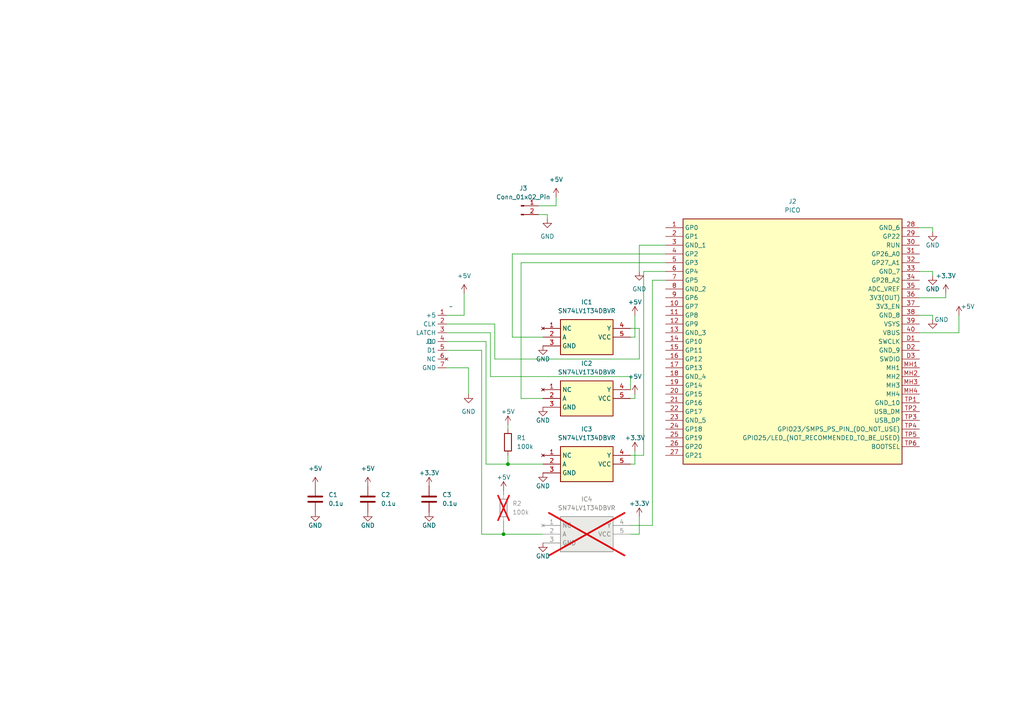
<source format=kicad_sch>
(kicad_sch (version 20230121) (generator eeschema)

  (uuid e0191b5b-e123-489a-a218-8c3e346acf86)

  (paper "A4")

  (lib_symbols
    (symbol "Connector:Conn_01x02_Pin" (pin_names (offset 1.016) hide) (in_bom yes) (on_board yes)
      (property "Reference" "J" (at 0 2.54 0)
        (effects (font (size 1.27 1.27)))
      )
      (property "Value" "Conn_01x02_Pin" (at 0 -5.08 0)
        (effects (font (size 1.27 1.27)))
      )
      (property "Footprint" "" (at 0 0 0)
        (effects (font (size 1.27 1.27)) hide)
      )
      (property "Datasheet" "~" (at 0 0 0)
        (effects (font (size 1.27 1.27)) hide)
      )
      (property "ki_locked" "" (at 0 0 0)
        (effects (font (size 1.27 1.27)))
      )
      (property "ki_keywords" "connector" (at 0 0 0)
        (effects (font (size 1.27 1.27)) hide)
      )
      (property "ki_description" "Generic connector, single row, 01x02, script generated" (at 0 0 0)
        (effects (font (size 1.27 1.27)) hide)
      )
      (property "ki_fp_filters" "Connector*:*_1x??_*" (at 0 0 0)
        (effects (font (size 1.27 1.27)) hide)
      )
      (symbol "Conn_01x02_Pin_1_1"
        (polyline
          (pts
            (xy 1.27 -2.54)
            (xy 0.8636 -2.54)
          )
          (stroke (width 0.1524) (type default))
          (fill (type none))
        )
        (polyline
          (pts
            (xy 1.27 0)
            (xy 0.8636 0)
          )
          (stroke (width 0.1524) (type default))
          (fill (type none))
        )
        (rectangle (start 0.8636 -2.413) (end 0 -2.667)
          (stroke (width 0.1524) (type default))
          (fill (type outline))
        )
        (rectangle (start 0.8636 0.127) (end 0 -0.127)
          (stroke (width 0.1524) (type default))
          (fill (type outline))
        )
        (pin passive line (at 5.08 0 180) (length 3.81)
          (name "Pin_1" (effects (font (size 1.27 1.27))))
          (number "1" (effects (font (size 1.27 1.27))))
        )
        (pin passive line (at 5.08 -2.54 180) (length 3.81)
          (name "Pin_2" (effects (font (size 1.27 1.27))))
          (number "2" (effects (font (size 1.27 1.27))))
        )
      )
    )
    (symbol "Device:C" (pin_numbers hide) (pin_names (offset 0.254)) (in_bom yes) (on_board yes)
      (property "Reference" "C" (at 0.635 2.54 0)
        (effects (font (size 1.27 1.27)) (justify left))
      )
      (property "Value" "C" (at 0.635 -2.54 0)
        (effects (font (size 1.27 1.27)) (justify left))
      )
      (property "Footprint" "" (at 0.9652 -3.81 0)
        (effects (font (size 1.27 1.27)) hide)
      )
      (property "Datasheet" "~" (at 0 0 0)
        (effects (font (size 1.27 1.27)) hide)
      )
      (property "ki_keywords" "cap capacitor" (at 0 0 0)
        (effects (font (size 1.27 1.27)) hide)
      )
      (property "ki_description" "Unpolarized capacitor" (at 0 0 0)
        (effects (font (size 1.27 1.27)) hide)
      )
      (property "ki_fp_filters" "C_*" (at 0 0 0)
        (effects (font (size 1.27 1.27)) hide)
      )
      (symbol "C_0_1"
        (polyline
          (pts
            (xy -2.032 -0.762)
            (xy 2.032 -0.762)
          )
          (stroke (width 0.508) (type default))
          (fill (type none))
        )
        (polyline
          (pts
            (xy -2.032 0.762)
            (xy 2.032 0.762)
          )
          (stroke (width 0.508) (type default))
          (fill (type none))
        )
      )
      (symbol "C_1_1"
        (pin passive line (at 0 3.81 270) (length 2.794)
          (name "~" (effects (font (size 1.27 1.27))))
          (number "1" (effects (font (size 1.27 1.27))))
        )
        (pin passive line (at 0 -3.81 90) (length 2.794)
          (name "~" (effects (font (size 1.27 1.27))))
          (number "2" (effects (font (size 1.27 1.27))))
        )
      )
    )
    (symbol "Device:R" (pin_numbers hide) (pin_names (offset 0)) (in_bom yes) (on_board yes)
      (property "Reference" "R" (at 2.032 0 90)
        (effects (font (size 1.27 1.27)))
      )
      (property "Value" "R" (at 0 0 90)
        (effects (font (size 1.27 1.27)))
      )
      (property "Footprint" "" (at -1.778 0 90)
        (effects (font (size 1.27 1.27)) hide)
      )
      (property "Datasheet" "~" (at 0 0 0)
        (effects (font (size 1.27 1.27)) hide)
      )
      (property "ki_keywords" "R res resistor" (at 0 0 0)
        (effects (font (size 1.27 1.27)) hide)
      )
      (property "ki_description" "Resistor" (at 0 0 0)
        (effects (font (size 1.27 1.27)) hide)
      )
      (property "ki_fp_filters" "R_*" (at 0 0 0)
        (effects (font (size 1.27 1.27)) hide)
      )
      (symbol "R_0_1"
        (rectangle (start -1.016 -2.54) (end 1.016 2.54)
          (stroke (width 0.254) (type default))
          (fill (type none))
        )
      )
      (symbol "R_1_1"
        (pin passive line (at 0 3.81 270) (length 1.27)
          (name "~" (effects (font (size 1.27 1.27))))
          (number "1" (effects (font (size 1.27 1.27))))
        )
        (pin passive line (at 0 -3.81 90) (length 1.27)
          (name "~" (effects (font (size 1.27 1.27))))
          (number "2" (effects (font (size 1.27 1.27))))
        )
      )
    )
    (symbol "SamacSys_Parts:PICO" (in_bom yes) (on_board yes)
      (property "Reference" "J" (at 69.85 7.62 0)
        (effects (font (size 1.27 1.27)) (justify left top))
      )
      (property "Value" "PICO" (at 69.85 5.08 0)
        (effects (font (size 1.27 1.27)) (justify left top))
      )
      (property "Footprint" "PICO" (at 69.85 -94.92 0)
        (effects (font (size 1.27 1.27)) (justify left top) hide)
      )
      (property "Datasheet" "https://datasheets.raspberrypi.org/pico/pico_datasheet.pdf" (at 69.85 -194.92 0)
        (effects (font (size 1.27 1.27)) (justify left top) hide)
      )
      (property "Height" "1" (at 69.85 -394.92 0)
        (effects (font (size 1.27 1.27)) (justify left top) hide)
      )
      (property "Manufacturer_Name" "RASPBERRY-PI" (at 69.85 -494.92 0)
        (effects (font (size 1.27 1.27)) (justify left top) hide)
      )
      (property "Manufacturer_Part_Number" "PICO" (at 69.85 -594.92 0)
        (effects (font (size 1.27 1.27)) (justify left top) hide)
      )
      (property "Mouser Part Number" "" (at 69.85 -694.92 0)
        (effects (font (size 1.27 1.27)) (justify left top) hide)
      )
      (property "Mouser Price/Stock" "" (at 69.85 -794.92 0)
        (effects (font (size 1.27 1.27)) (justify left top) hide)
      )
      (property "Arrow Part Number" "" (at 69.85 -894.92 0)
        (effects (font (size 1.27 1.27)) (justify left top) hide)
      )
      (property "Arrow Price/Stock" "" (at 69.85 -994.92 0)
        (effects (font (size 1.27 1.27)) (justify left top) hide)
      )
      (property "ki_description" "RP2040 microcontroller chip designed by Raspberry Pi in the United Kingdom 2  SPI, 2  I2C, 2  UART, 3  12-bit ADC, 16  controllable PWM channels" (at 0 0 0)
        (effects (font (size 1.27 1.27)) hide)
      )
      (symbol "PICO_1_1"
        (rectangle (start 5.08 2.54) (end 68.58 -68.58)
          (stroke (width 0.254) (type default))
          (fill (type background))
        )
        (pin passive line (at 0 0 0) (length 5.08)
          (name "GP0" (effects (font (size 1.27 1.27))))
          (number "1" (effects (font (size 1.27 1.27))))
        )
        (pin passive line (at 0 -22.86 0) (length 5.08)
          (name "GP7" (effects (font (size 1.27 1.27))))
          (number "10" (effects (font (size 1.27 1.27))))
        )
        (pin passive line (at 0 -25.4 0) (length 5.08)
          (name "GP8" (effects (font (size 1.27 1.27))))
          (number "11" (effects (font (size 1.27 1.27))))
        )
        (pin passive line (at 0 -27.94 0) (length 5.08)
          (name "GP9" (effects (font (size 1.27 1.27))))
          (number "12" (effects (font (size 1.27 1.27))))
        )
        (pin passive line (at 0 -30.48 0) (length 5.08)
          (name "GND_3" (effects (font (size 1.27 1.27))))
          (number "13" (effects (font (size 1.27 1.27))))
        )
        (pin passive line (at 0 -33.02 0) (length 5.08)
          (name "GP10" (effects (font (size 1.27 1.27))))
          (number "14" (effects (font (size 1.27 1.27))))
        )
        (pin passive line (at 0 -35.56 0) (length 5.08)
          (name "GP11" (effects (font (size 1.27 1.27))))
          (number "15" (effects (font (size 1.27 1.27))))
        )
        (pin passive line (at 0 -38.1 0) (length 5.08)
          (name "GP12" (effects (font (size 1.27 1.27))))
          (number "16" (effects (font (size 1.27 1.27))))
        )
        (pin passive line (at 0 -40.64 0) (length 5.08)
          (name "GP13" (effects (font (size 1.27 1.27))))
          (number "17" (effects (font (size 1.27 1.27))))
        )
        (pin passive line (at 0 -43.18 0) (length 5.08)
          (name "GND_4" (effects (font (size 1.27 1.27))))
          (number "18" (effects (font (size 1.27 1.27))))
        )
        (pin passive line (at 0 -45.72 0) (length 5.08)
          (name "GP14" (effects (font (size 1.27 1.27))))
          (number "19" (effects (font (size 1.27 1.27))))
        )
        (pin passive line (at 0 -2.54 0) (length 5.08)
          (name "GP1" (effects (font (size 1.27 1.27))))
          (number "2" (effects (font (size 1.27 1.27))))
        )
        (pin passive line (at 0 -48.26 0) (length 5.08)
          (name "GP15" (effects (font (size 1.27 1.27))))
          (number "20" (effects (font (size 1.27 1.27))))
        )
        (pin passive line (at 0 -50.8 0) (length 5.08)
          (name "GP16" (effects (font (size 1.27 1.27))))
          (number "21" (effects (font (size 1.27 1.27))))
        )
        (pin passive line (at 0 -53.34 0) (length 5.08)
          (name "GP17" (effects (font (size 1.27 1.27))))
          (number "22" (effects (font (size 1.27 1.27))))
        )
        (pin passive line (at 0 -55.88 0) (length 5.08)
          (name "GND_5" (effects (font (size 1.27 1.27))))
          (number "23" (effects (font (size 1.27 1.27))))
        )
        (pin passive line (at 0 -58.42 0) (length 5.08)
          (name "GP18" (effects (font (size 1.27 1.27))))
          (number "24" (effects (font (size 1.27 1.27))))
        )
        (pin passive line (at 0 -60.96 0) (length 5.08)
          (name "GP19" (effects (font (size 1.27 1.27))))
          (number "25" (effects (font (size 1.27 1.27))))
        )
        (pin passive line (at 0 -63.5 0) (length 5.08)
          (name "GP20" (effects (font (size 1.27 1.27))))
          (number "26" (effects (font (size 1.27 1.27))))
        )
        (pin passive line (at 0 -66.04 0) (length 5.08)
          (name "GP21" (effects (font (size 1.27 1.27))))
          (number "27" (effects (font (size 1.27 1.27))))
        )
        (pin passive line (at 73.66 0 180) (length 5.08)
          (name "GND_6" (effects (font (size 1.27 1.27))))
          (number "28" (effects (font (size 1.27 1.27))))
        )
        (pin passive line (at 73.66 -2.54 180) (length 5.08)
          (name "GP22" (effects (font (size 1.27 1.27))))
          (number "29" (effects (font (size 1.27 1.27))))
        )
        (pin passive line (at 0 -5.08 0) (length 5.08)
          (name "GND_1" (effects (font (size 1.27 1.27))))
          (number "3" (effects (font (size 1.27 1.27))))
        )
        (pin passive line (at 73.66 -5.08 180) (length 5.08)
          (name "RUN" (effects (font (size 1.27 1.27))))
          (number "30" (effects (font (size 1.27 1.27))))
        )
        (pin passive line (at 73.66 -7.62 180) (length 5.08)
          (name "GP26_A0" (effects (font (size 1.27 1.27))))
          (number "31" (effects (font (size 1.27 1.27))))
        )
        (pin passive line (at 73.66 -10.16 180) (length 5.08)
          (name "GP27_A1" (effects (font (size 1.27 1.27))))
          (number "32" (effects (font (size 1.27 1.27))))
        )
        (pin passive line (at 73.66 -12.7 180) (length 5.08)
          (name "GND_7" (effects (font (size 1.27 1.27))))
          (number "33" (effects (font (size 1.27 1.27))))
        )
        (pin passive line (at 73.66 -15.24 180) (length 5.08)
          (name "GP28_A2" (effects (font (size 1.27 1.27))))
          (number "34" (effects (font (size 1.27 1.27))))
        )
        (pin passive line (at 73.66 -17.78 180) (length 5.08)
          (name "ADC_VREF" (effects (font (size 1.27 1.27))))
          (number "35" (effects (font (size 1.27 1.27))))
        )
        (pin passive line (at 73.66 -20.32 180) (length 5.08)
          (name "3V3(OUT)" (effects (font (size 1.27 1.27))))
          (number "36" (effects (font (size 1.27 1.27))))
        )
        (pin passive line (at 73.66 -22.86 180) (length 5.08)
          (name "3V3_EN" (effects (font (size 1.27 1.27))))
          (number "37" (effects (font (size 1.27 1.27))))
        )
        (pin passive line (at 73.66 -25.4 180) (length 5.08)
          (name "GND_8" (effects (font (size 1.27 1.27))))
          (number "38" (effects (font (size 1.27 1.27))))
        )
        (pin passive line (at 73.66 -27.94 180) (length 5.08)
          (name "VSYS" (effects (font (size 1.27 1.27))))
          (number "39" (effects (font (size 1.27 1.27))))
        )
        (pin passive line (at 0 -7.62 0) (length 5.08)
          (name "GP2" (effects (font (size 1.27 1.27))))
          (number "4" (effects (font (size 1.27 1.27))))
        )
        (pin passive line (at 73.66 -30.48 180) (length 5.08)
          (name "VBUS" (effects (font (size 1.27 1.27))))
          (number "40" (effects (font (size 1.27 1.27))))
        )
        (pin passive line (at 0 -10.16 0) (length 5.08)
          (name "GP3" (effects (font (size 1.27 1.27))))
          (number "5" (effects (font (size 1.27 1.27))))
        )
        (pin passive line (at 0 -12.7 0) (length 5.08)
          (name "GP4" (effects (font (size 1.27 1.27))))
          (number "6" (effects (font (size 1.27 1.27))))
        )
        (pin passive line (at 0 -15.24 0) (length 5.08)
          (name "GP5" (effects (font (size 1.27 1.27))))
          (number "7" (effects (font (size 1.27 1.27))))
        )
        (pin passive line (at 0 -17.78 0) (length 5.08)
          (name "GND_2" (effects (font (size 1.27 1.27))))
          (number "8" (effects (font (size 1.27 1.27))))
        )
        (pin passive line (at 0 -20.32 0) (length 5.08)
          (name "GP6" (effects (font (size 1.27 1.27))))
          (number "9" (effects (font (size 1.27 1.27))))
        )
        (pin passive line (at 73.66 -33.02 180) (length 5.08)
          (name "SWCLK" (effects (font (size 1.27 1.27))))
          (number "D1" (effects (font (size 1.27 1.27))))
        )
        (pin passive line (at 73.66 -35.56 180) (length 5.08)
          (name "GND_9" (effects (font (size 1.27 1.27))))
          (number "D2" (effects (font (size 1.27 1.27))))
        )
        (pin passive line (at 73.66 -38.1 180) (length 5.08)
          (name "SWDIO" (effects (font (size 1.27 1.27))))
          (number "D3" (effects (font (size 1.27 1.27))))
        )
        (pin passive line (at 73.66 -40.64 180) (length 5.08)
          (name "MH1" (effects (font (size 1.27 1.27))))
          (number "MH1" (effects (font (size 1.27 1.27))))
        )
        (pin passive line (at 73.66 -43.18 180) (length 5.08)
          (name "MH2" (effects (font (size 1.27 1.27))))
          (number "MH2" (effects (font (size 1.27 1.27))))
        )
        (pin passive line (at 73.66 -45.72 180) (length 5.08)
          (name "MH3" (effects (font (size 1.27 1.27))))
          (number "MH3" (effects (font (size 1.27 1.27))))
        )
        (pin passive line (at 73.66 -48.26 180) (length 5.08)
          (name "MH4" (effects (font (size 1.27 1.27))))
          (number "MH4" (effects (font (size 1.27 1.27))))
        )
        (pin passive line (at 73.66 -50.8 180) (length 5.08)
          (name "GND_10" (effects (font (size 1.27 1.27))))
          (number "TP1" (effects (font (size 1.27 1.27))))
        )
        (pin passive line (at 73.66 -53.34 180) (length 5.08)
          (name "USB_DM" (effects (font (size 1.27 1.27))))
          (number "TP2" (effects (font (size 1.27 1.27))))
        )
        (pin passive line (at 73.66 -55.88 180) (length 5.08)
          (name "USB_DP" (effects (font (size 1.27 1.27))))
          (number "TP3" (effects (font (size 1.27 1.27))))
        )
        (pin passive line (at 73.66 -58.42 180) (length 5.08)
          (name "GPIO23/SMPS_PS_PIN_(DO_NOT_USE)" (effects (font (size 1.27 1.27))))
          (number "TP4" (effects (font (size 1.27 1.27))))
        )
        (pin passive line (at 73.66 -60.96 180) (length 5.08)
          (name "GPIO25/LED_(NOT_RECOMMENDED_TO_BE_USED)" (effects (font (size 1.27 1.27))))
          (number "TP5" (effects (font (size 1.27 1.27))))
        )
        (pin passive line (at 73.66 -63.5 180) (length 5.08)
          (name "BOOTSEL" (effects (font (size 1.27 1.27))))
          (number "TP6" (effects (font (size 1.27 1.27))))
        )
      )
    )
    (symbol "SamacSys_Parts:SN74LV1T34DBVR" (in_bom yes) (on_board yes)
      (property "Reference" "IC" (at 21.59 7.62 0)
        (effects (font (size 1.27 1.27)) (justify left top))
      )
      (property "Value" "SN74LV1T34DBVR" (at 21.59 5.08 0)
        (effects (font (size 1.27 1.27)) (justify left top))
      )
      (property "Footprint" "SOT95P280X145-5N" (at 21.59 -94.92 0)
        (effects (font (size 1.27 1.27)) (justify left top) hide)
      )
      (property "Datasheet" "http://www.ti.com/lit/gpn/sn74lv1t34" (at 21.59 -194.92 0)
        (effects (font (size 1.27 1.27)) (justify left top) hide)
      )
      (property "Height" "1.45" (at 21.59 -394.92 0)
        (effects (font (size 1.27 1.27)) (justify left top) hide)
      )
      (property "Manufacturer_Name" "Texas Instruments" (at 21.59 -494.92 0)
        (effects (font (size 1.27 1.27)) (justify left top) hide)
      )
      (property "Manufacturer_Part_Number" "SN74LV1T34DBVR" (at 21.59 -594.92 0)
        (effects (font (size 1.27 1.27)) (justify left top) hide)
      )
      (property "Mouser Part Number" "595-SN74LV1T34DBVR" (at 21.59 -694.92 0)
        (effects (font (size 1.27 1.27)) (justify left top) hide)
      )
      (property "Mouser Price/Stock" "https://www.mouser.co.uk/ProductDetail/Texas-Instruments/SN74LV1T34DBVR?qs=8sOby8ZxZLE4ekkxA3S6Wg%3D%3D" (at 21.59 -794.92 0)
        (effects (font (size 1.27 1.27)) (justify left top) hide)
      )
      (property "Arrow Part Number" "SN74LV1T34DBVR" (at 21.59 -894.92 0)
        (effects (font (size 1.27 1.27)) (justify left top) hide)
      )
      (property "Arrow Price/Stock" "https://www.arrow.com/en/products/sn74lv1t34dbvr/texas-instruments?region=nac" (at 21.59 -994.92 0)
        (effects (font (size 1.27 1.27)) (justify left top) hide)
      )
      (property "ki_description" "Single Power Supply BUFFER Logic Level Shifter (no enable)" (at 0 0 0)
        (effects (font (size 1.27 1.27)) hide)
      )
      (symbol "SN74LV1T34DBVR_1_1"
        (rectangle (start 5.08 2.54) (end 20.32 -7.62)
          (stroke (width 0.254) (type default))
          (fill (type background))
        )
        (pin no_connect line (at 0 0 0) (length 5.08)
          (name "NC" (effects (font (size 1.27 1.27))))
          (number "1" (effects (font (size 1.27 1.27))))
        )
        (pin passive line (at 0 -2.54 0) (length 5.08)
          (name "A" (effects (font (size 1.27 1.27))))
          (number "2" (effects (font (size 1.27 1.27))))
        )
        (pin passive line (at 0 -5.08 0) (length 5.08)
          (name "GND" (effects (font (size 1.27 1.27))))
          (number "3" (effects (font (size 1.27 1.27))))
        )
        (pin passive line (at 25.4 0 180) (length 5.08)
          (name "Y" (effects (font (size 1.27 1.27))))
          (number "4" (effects (font (size 1.27 1.27))))
        )
        (pin passive line (at 25.4 -2.54 180) (length 5.08)
          (name "VCC" (effects (font (size 1.27 1.27))))
          (number "5" (effects (font (size 1.27 1.27))))
        )
      )
    )
    (symbol "power:+3.3V" (power) (pin_names (offset 0)) (in_bom yes) (on_board yes)
      (property "Reference" "#PWR" (at 0 -3.81 0)
        (effects (font (size 1.27 1.27)) hide)
      )
      (property "Value" "+3.3V" (at 0 3.556 0)
        (effects (font (size 1.27 1.27)))
      )
      (property "Footprint" "" (at 0 0 0)
        (effects (font (size 1.27 1.27)) hide)
      )
      (property "Datasheet" "" (at 0 0 0)
        (effects (font (size 1.27 1.27)) hide)
      )
      (property "ki_keywords" "global power" (at 0 0 0)
        (effects (font (size 1.27 1.27)) hide)
      )
      (property "ki_description" "Power symbol creates a global label with name \"+3.3V\"" (at 0 0 0)
        (effects (font (size 1.27 1.27)) hide)
      )
      (symbol "+3.3V_0_1"
        (polyline
          (pts
            (xy -0.762 1.27)
            (xy 0 2.54)
          )
          (stroke (width 0) (type default))
          (fill (type none))
        )
        (polyline
          (pts
            (xy 0 0)
            (xy 0 2.54)
          )
          (stroke (width 0) (type default))
          (fill (type none))
        )
        (polyline
          (pts
            (xy 0 2.54)
            (xy 0.762 1.27)
          )
          (stroke (width 0) (type default))
          (fill (type none))
        )
      )
      (symbol "+3.3V_1_1"
        (pin power_in line (at 0 0 90) (length 0) hide
          (name "+3.3V" (effects (font (size 1.27 1.27))))
          (number "1" (effects (font (size 1.27 1.27))))
        )
      )
    )
    (symbol "power:+5V" (power) (pin_names (offset 0)) (in_bom yes) (on_board yes)
      (property "Reference" "#PWR" (at 0 -3.81 0)
        (effects (font (size 1.27 1.27)) hide)
      )
      (property "Value" "+5V" (at 0 3.556 0)
        (effects (font (size 1.27 1.27)))
      )
      (property "Footprint" "" (at 0 0 0)
        (effects (font (size 1.27 1.27)) hide)
      )
      (property "Datasheet" "" (at 0 0 0)
        (effects (font (size 1.27 1.27)) hide)
      )
      (property "ki_keywords" "global power" (at 0 0 0)
        (effects (font (size 1.27 1.27)) hide)
      )
      (property "ki_description" "Power symbol creates a global label with name \"+5V\"" (at 0 0 0)
        (effects (font (size 1.27 1.27)) hide)
      )
      (symbol "+5V_0_1"
        (polyline
          (pts
            (xy -0.762 1.27)
            (xy 0 2.54)
          )
          (stroke (width 0) (type default))
          (fill (type none))
        )
        (polyline
          (pts
            (xy 0 0)
            (xy 0 2.54)
          )
          (stroke (width 0) (type default))
          (fill (type none))
        )
        (polyline
          (pts
            (xy 0 2.54)
            (xy 0.762 1.27)
          )
          (stroke (width 0) (type default))
          (fill (type none))
        )
      )
      (symbol "+5V_1_1"
        (pin power_in line (at 0 0 90) (length 0) hide
          (name "+5V" (effects (font (size 1.27 1.27))))
          (number "1" (effects (font (size 1.27 1.27))))
        )
      )
    )
    (symbol "power:GND" (power) (pin_names (offset 0)) (in_bom yes) (on_board yes)
      (property "Reference" "#PWR" (at 0 -6.35 0)
        (effects (font (size 1.27 1.27)) hide)
      )
      (property "Value" "GND" (at 0 -3.81 0)
        (effects (font (size 1.27 1.27)))
      )
      (property "Footprint" "" (at 0 0 0)
        (effects (font (size 1.27 1.27)) hide)
      )
      (property "Datasheet" "" (at 0 0 0)
        (effects (font (size 1.27 1.27)) hide)
      )
      (property "ki_keywords" "global power" (at 0 0 0)
        (effects (font (size 1.27 1.27)) hide)
      )
      (property "ki_description" "Power symbol creates a global label with name \"GND\" , ground" (at 0 0 0)
        (effects (font (size 1.27 1.27)) hide)
      )
      (symbol "GND_0_1"
        (polyline
          (pts
            (xy 0 0)
            (xy 0 -1.27)
            (xy 1.27 -1.27)
            (xy 0 -2.54)
            (xy -1.27 -1.27)
            (xy 0 -1.27)
          )
          (stroke (width 0) (type default))
          (fill (type none))
        )
      )
      (symbol "GND_1_1"
        (pin power_in line (at 0 0 270) (length 0) hide
          (name "GND" (effects (font (size 1.27 1.27))))
          (number "1" (effects (font (size 1.27 1.27))))
        )
      )
    )
    (symbol "snes_controller:snes_controller_port" (in_bom yes) (on_board yes)
      (property "Reference" "J" (at 0 0 0)
        (effects (font (size 1.27 1.27)))
      )
      (property "Value" "" (at 0 0 0)
        (effects (font (size 1.27 1.27)))
      )
      (property "Footprint" "" (at 0 0 0)
        (effects (font (size 1.27 1.27)) hide)
      )
      (property "Datasheet" "" (at 0 0 0)
        (effects (font (size 1.27 1.27)) hide)
      )
      (symbol "snes_controller_port_1_1"
        (pin power_in line (at 1.27 -2.54 0) (length 2.54)
          (name "+5" (effects (font (size 1.27 1.27))))
          (number "1" (effects (font (size 1.27 1.27))))
        )
        (pin input line (at 1.27 -5.08 0) (length 2.54)
          (name "CLK" (effects (font (size 1.27 1.27))))
          (number "2" (effects (font (size 1.27 1.27))))
        )
        (pin input line (at 1.27 -7.62 0) (length 2.54)
          (name "LATCH" (effects (font (size 1.27 1.27))))
          (number "3" (effects (font (size 1.27 1.27))))
        )
        (pin output line (at 1.27 -10.16 0) (length 2.54)
          (name "D0" (effects (font (size 1.27 1.27))))
          (number "4" (effects (font (size 1.27 1.27))))
        )
        (pin output line (at 1.27 -12.7 0) (length 2.54)
          (name "D1" (effects (font (size 1.27 1.27))))
          (number "5" (effects (font (size 1.27 1.27))))
        )
        (pin no_connect line (at 1.27 -15.24 0) (length 2.54)
          (name "NC" (effects (font (size 1.27 1.27))))
          (number "6" (effects (font (size 1.27 1.27))))
        )
        (pin power_in line (at 1.27 -17.78 0) (length 2.54)
          (name "GND" (effects (font (size 1.27 1.27))))
          (number "7" (effects (font (size 1.27 1.27))))
        )
      )
    )
  )

  (junction (at 146.05 154.94) (diameter 0) (color 0 0 0 0)
    (uuid 6e20b354-eec3-4ffd-82dc-79266835c995)
  )
  (junction (at 147.32 134.62) (diameter 0) (color 0 0 0 0)
    (uuid 6f842731-8dbb-4d46-82bd-43b3fbaa2f40)
  )

  (wire (pts (xy 142.24 96.52) (xy 129.54 96.52))
    (stroke (width 0) (type default))
    (uuid 0210dee5-b2ad-4d61-9ea5-dfcb8f495fa4)
  )
  (wire (pts (xy 193.04 78.74) (xy 186.69 78.74))
    (stroke (width 0) (type default))
    (uuid 04a5f4b4-3c17-404a-abf2-167c76781bad)
  )
  (wire (pts (xy 186.69 78.74) (xy 186.69 132.08))
    (stroke (width 0) (type default))
    (uuid 0f79708f-f370-49ed-83c0-d33a45705dd0)
  )
  (wire (pts (xy 266.7 91.44) (xy 270.51 91.44))
    (stroke (width 0) (type default))
    (uuid 16e148cf-0479-472c-ba1e-38ef3a0ef52c)
  )
  (wire (pts (xy 140.97 99.06) (xy 140.97 134.62))
    (stroke (width 0) (type default))
    (uuid 24935d47-13f1-49a9-8b4b-223499b5cfe1)
  )
  (wire (pts (xy 185.42 95.25) (xy 185.42 104.14))
    (stroke (width 0) (type default))
    (uuid 280c2063-e6db-42fa-98ba-6d32c957b449)
  )
  (wire (pts (xy 142.24 109.22) (xy 142.24 96.52))
    (stroke (width 0) (type default))
    (uuid 31c5d4ae-ff8a-4614-84ec-f77796229a60)
  )
  (wire (pts (xy 184.15 114.3) (xy 184.15 115.57))
    (stroke (width 0) (type default))
    (uuid 3510d738-92df-47e9-82fb-f53547d94f34)
  )
  (wire (pts (xy 189.23 152.4) (xy 182.88 152.4))
    (stroke (width 0) (type default))
    (uuid 452914ec-8d8f-4a83-a873-3c713cad1704)
  )
  (wire (pts (xy 182.88 109.22) (xy 142.24 109.22))
    (stroke (width 0) (type default))
    (uuid 4b7c9136-5738-49c0-9784-fb14e95e546c)
  )
  (wire (pts (xy 274.32 86.36) (xy 266.7 86.36))
    (stroke (width 0) (type default))
    (uuid 4c9c3dd9-a8cf-494f-987e-2950a959d5fb)
  )
  (wire (pts (xy 139.7 101.6) (xy 139.7 154.94))
    (stroke (width 0) (type default))
    (uuid 5502a5e3-f4ac-4786-aa42-2960027cd9f4)
  )
  (wire (pts (xy 135.89 106.68) (xy 135.89 114.3))
    (stroke (width 0) (type default))
    (uuid 5b40843a-f7cc-4ece-9fcb-8c3fddf70d3c)
  )
  (wire (pts (xy 182.88 95.25) (xy 185.42 95.25))
    (stroke (width 0) (type default))
    (uuid 5fb58e9e-2dc7-4668-a1de-aed939d8ac2a)
  )
  (wire (pts (xy 147.32 132.08) (xy 147.32 134.62))
    (stroke (width 0) (type default))
    (uuid 5fd38f9a-156c-4b08-b270-cd1a5d4c6937)
  )
  (wire (pts (xy 270.51 91.44) (xy 270.51 92.71))
    (stroke (width 0) (type default))
    (uuid 640a17e5-ebd2-428c-a4ba-ac13ea87d0e6)
  )
  (wire (pts (xy 146.05 142.24) (xy 146.05 143.51))
    (stroke (width 0) (type default))
    (uuid 6a27a521-0635-49f3-bd40-1676ce4ef55b)
  )
  (wire (pts (xy 148.59 73.66) (xy 193.04 73.66))
    (stroke (width 0) (type default))
    (uuid 6b018c16-370f-46e8-9264-6cbb555104fd)
  )
  (wire (pts (xy 129.54 106.68) (xy 135.89 106.68))
    (stroke (width 0) (type default))
    (uuid 6b7cb78a-d344-47b2-95ac-a7209809587b)
  )
  (wire (pts (xy 278.13 96.52) (xy 278.13 91.44))
    (stroke (width 0) (type default))
    (uuid 6fcdc712-efe3-4e84-8768-0f5e787c454b)
  )
  (wire (pts (xy 189.23 81.28) (xy 189.23 152.4))
    (stroke (width 0) (type default))
    (uuid 7174c7bb-5e1b-4b6d-803b-b168553cfa2d)
  )
  (wire (pts (xy 182.88 154.94) (xy 185.42 154.94))
    (stroke (width 0) (type default))
    (uuid 7bb320bf-1052-4b07-bd07-933a0e7eded6)
  )
  (wire (pts (xy 147.32 123.19) (xy 147.32 124.46))
    (stroke (width 0) (type default))
    (uuid 7c304fb5-ddb6-4976-a7a1-c0f09dcf4cbf)
  )
  (wire (pts (xy 148.59 97.79) (xy 148.59 73.66))
    (stroke (width 0) (type default))
    (uuid 852febcf-29bf-49f9-9b2e-a0f86bdc5930)
  )
  (wire (pts (xy 146.05 151.13) (xy 146.05 154.94))
    (stroke (width 0) (type default))
    (uuid 86e33240-9e0e-42a4-80c0-63b03ba3d537)
  )
  (wire (pts (xy 270.51 78.74) (xy 270.51 80.01))
    (stroke (width 0) (type default))
    (uuid 891b4e3c-ca75-41f7-935d-8841262a88ba)
  )
  (wire (pts (xy 143.51 93.98) (xy 129.54 93.98))
    (stroke (width 0) (type default))
    (uuid 8b0d03bf-adfe-4107-86f4-63484ce7cb94)
  )
  (wire (pts (xy 182.88 113.03) (xy 182.88 109.22))
    (stroke (width 0) (type default))
    (uuid 9127636b-ba8c-40e2-b766-d07eead2d0ae)
  )
  (wire (pts (xy 266.7 66.04) (xy 270.51 66.04))
    (stroke (width 0) (type default))
    (uuid 99906cf3-7229-4bee-9b72-0a09cc783bbd)
  )
  (wire (pts (xy 266.7 96.52) (xy 278.13 96.52))
    (stroke (width 0) (type default))
    (uuid 9c83f1db-232d-4e20-883c-114c747867da)
  )
  (wire (pts (xy 134.62 85.09) (xy 134.62 91.44))
    (stroke (width 0) (type default))
    (uuid a0fc2c15-2255-4628-ad82-f6ca2df11fd2)
  )
  (wire (pts (xy 185.42 71.12) (xy 193.04 71.12))
    (stroke (width 0) (type default))
    (uuid a339dece-37df-45ad-b98e-be14a409c4d5)
  )
  (wire (pts (xy 274.32 85.09) (xy 274.32 86.36))
    (stroke (width 0) (type default))
    (uuid ac0fdf48-a189-498a-8ef1-d12c4a9f2bb6)
  )
  (wire (pts (xy 157.48 115.57) (xy 151.13 115.57))
    (stroke (width 0) (type default))
    (uuid b01ed28d-211b-4d9b-869f-a33933ae3437)
  )
  (wire (pts (xy 147.32 134.62) (xy 157.48 134.62))
    (stroke (width 0) (type default))
    (uuid b4ba38e1-ccf3-49bb-a29c-81d660fd6854)
  )
  (wire (pts (xy 184.15 91.44) (xy 184.15 97.79))
    (stroke (width 0) (type default))
    (uuid ba132d67-b560-4f35-a33e-427484dabe00)
  )
  (wire (pts (xy 156.21 59.69) (xy 161.29 59.69))
    (stroke (width 0) (type default))
    (uuid bc31c63e-7fa7-47ea-a230-bbecb706be0f)
  )
  (wire (pts (xy 266.7 78.74) (xy 270.51 78.74))
    (stroke (width 0) (type default))
    (uuid be1aeaf1-f7b8-4cbf-a5d7-0895040865b0)
  )
  (wire (pts (xy 129.54 99.06) (xy 140.97 99.06))
    (stroke (width 0) (type default))
    (uuid be4235e4-7aa1-4ae6-a312-885aefe4c797)
  )
  (wire (pts (xy 185.42 154.94) (xy 185.42 149.86))
    (stroke (width 0) (type default))
    (uuid cdf32e85-1895-433a-b44f-4cb54adef04d)
  )
  (wire (pts (xy 184.15 115.57) (xy 182.88 115.57))
    (stroke (width 0) (type default))
    (uuid d286ea50-adae-4f87-97ca-62d1d6835b20)
  )
  (wire (pts (xy 193.04 81.28) (xy 189.23 81.28))
    (stroke (width 0) (type default))
    (uuid d3a6d1b6-d93f-45f7-9c05-b11d914fd6e8)
  )
  (wire (pts (xy 143.51 104.14) (xy 185.42 104.14))
    (stroke (width 0) (type default))
    (uuid d4cd671b-a4dd-4618-8e99-a4dc295e0377)
  )
  (wire (pts (xy 182.88 97.79) (xy 184.15 97.79))
    (stroke (width 0) (type default))
    (uuid d5e299e8-1244-40c7-bceb-3c71a42b33cf)
  )
  (wire (pts (xy 140.97 134.62) (xy 147.32 134.62))
    (stroke (width 0) (type default))
    (uuid dafa6d4f-e74f-4be9-9d2a-ad0f4e2077f5)
  )
  (wire (pts (xy 270.51 66.04) (xy 270.51 67.31))
    (stroke (width 0) (type default))
    (uuid dc211686-bee5-40c3-bd83-88efe64d5f83)
  )
  (wire (pts (xy 186.69 132.08) (xy 182.88 132.08))
    (stroke (width 0) (type default))
    (uuid de769f78-eea3-4d77-932f-0f53a4b63b70)
  )
  (wire (pts (xy 185.42 71.12) (xy 185.42 78.74))
    (stroke (width 0) (type default))
    (uuid e0ae0c14-7fd6-4ca4-86e2-2b6e2af13e95)
  )
  (wire (pts (xy 161.29 59.69) (xy 161.29 57.15))
    (stroke (width 0) (type default))
    (uuid e102317b-23e2-4b92-b955-8a256643603e)
  )
  (wire (pts (xy 184.15 134.62) (xy 184.15 130.81))
    (stroke (width 0) (type default))
    (uuid e14887be-5858-452b-9e49-5e78670a0121)
  )
  (wire (pts (xy 157.48 97.79) (xy 148.59 97.79))
    (stroke (width 0) (type default))
    (uuid e2e43295-8258-40c9-9f17-74682f67b7da)
  )
  (wire (pts (xy 129.54 101.6) (xy 139.7 101.6))
    (stroke (width 0) (type default))
    (uuid e351552e-a843-4558-856a-47c3c0037d0d)
  )
  (wire (pts (xy 143.51 104.14) (xy 143.51 93.98))
    (stroke (width 0) (type default))
    (uuid e9b6c32b-cfee-4c9e-aa6e-59e3f003a752)
  )
  (wire (pts (xy 158.75 62.23) (xy 158.75 63.5))
    (stroke (width 0) (type default))
    (uuid ea873707-4ef8-43e9-bfb8-7ccd3fef10d9)
  )
  (wire (pts (xy 139.7 154.94) (xy 146.05 154.94))
    (stroke (width 0) (type default))
    (uuid ee2a2faa-99e4-4579-b87a-a6f8ebaf868c)
  )
  (wire (pts (xy 134.62 91.44) (xy 129.54 91.44))
    (stroke (width 0) (type default))
    (uuid f22e7ad7-7271-48b3-b8d4-37ee4dcbac78)
  )
  (wire (pts (xy 156.21 62.23) (xy 158.75 62.23))
    (stroke (width 0) (type default))
    (uuid f6520c67-7ff3-410c-97a5-94569033790a)
  )
  (wire (pts (xy 151.13 76.2) (xy 193.04 76.2))
    (stroke (width 0) (type default))
    (uuid f752d13f-7bc8-4b2b-ade9-b1ce0af0cad4)
  )
  (wire (pts (xy 151.13 115.57) (xy 151.13 76.2))
    (stroke (width 0) (type default))
    (uuid f95c8e5c-38a9-411e-912e-f941087b7ec7)
  )
  (wire (pts (xy 146.05 154.94) (xy 157.48 154.94))
    (stroke (width 0) (type default))
    (uuid fd600cec-3920-43f4-8c79-15da4560cd1d)
  )
  (wire (pts (xy 182.88 134.62) (xy 184.15 134.62))
    (stroke (width 0) (type default))
    (uuid fdb54408-ff10-4b9e-83b1-0e42d9f44c76)
  )

  (symbol (lib_id "power:GND") (at 124.46 148.59 0) (unit 1)
    (in_bom yes) (on_board yes) (dnp no)
    (uuid 05650c32-b028-4dd0-8ef0-04039b7fb330)
    (property "Reference" "#PWR021" (at 124.46 154.94 0)
      (effects (font (size 1.27 1.27)) hide)
    )
    (property "Value" "GND" (at 124.46 152.4 0)
      (effects (font (size 1.27 1.27)))
    )
    (property "Footprint" "" (at 124.46 148.59 0)
      (effects (font (size 1.27 1.27)) hide)
    )
    (property "Datasheet" "" (at 124.46 148.59 0)
      (effects (font (size 1.27 1.27)) hide)
    )
    (pin "1" (uuid a5f810c1-6a24-4d04-b409-f4ce764e0365))
    (instances
      (project "snes_rp2040"
        (path "/e0191b5b-e123-489a-a218-8c3e346acf86"
          (reference "#PWR021") (unit 1)
        )
      )
    )
  )

  (symbol (lib_id "SamacSys_Parts:PICO") (at 193.04 66.04 0) (unit 1)
    (in_bom yes) (on_board yes) (dnp no) (fields_autoplaced)
    (uuid 0c09bcbc-e8a6-4518-9fab-2236724010db)
    (property "Reference" "J2" (at 229.87 58.42 0)
      (effects (font (size 1.27 1.27)))
    )
    (property "Value" "PICO" (at 229.87 60.96 0)
      (effects (font (size 1.27 1.27)))
    )
    (property "Footprint" "snes_controller:PICO_DIP_40_no16-26" (at 262.89 160.96 0)
      (effects (font (size 1.27 1.27)) (justify left top) hide)
    )
    (property "Datasheet" "https://datasheets.raspberrypi.org/pico/pico_datasheet.pdf" (at 262.89 260.96 0)
      (effects (font (size 1.27 1.27)) (justify left top) hide)
    )
    (property "Height" "1" (at 262.89 460.96 0)
      (effects (font (size 1.27 1.27)) (justify left top) hide)
    )
    (property "Manufacturer_Name" "RASPBERRY-PI" (at 262.89 560.96 0)
      (effects (font (size 1.27 1.27)) (justify left top) hide)
    )
    (property "Manufacturer_Part_Number" "PICO" (at 262.89 660.96 0)
      (effects (font (size 1.27 1.27)) (justify left top) hide)
    )
    (property "Mouser Part Number" "" (at 262.89 760.96 0)
      (effects (font (size 1.27 1.27)) (justify left top) hide)
    )
    (property "Mouser Price/Stock" "" (at 262.89 860.96 0)
      (effects (font (size 1.27 1.27)) (justify left top) hide)
    )
    (property "Arrow Part Number" "" (at 262.89 960.96 0)
      (effects (font (size 1.27 1.27)) (justify left top) hide)
    )
    (property "Arrow Price/Stock" "" (at 262.89 1060.96 0)
      (effects (font (size 1.27 1.27)) (justify left top) hide)
    )
    (pin "20" (uuid 29418123-fc81-46ad-9032-47ed758615f5))
    (pin "MH3" (uuid 02aac79c-6cf7-49de-976a-aa2bd9ef6cf4))
    (pin "11" (uuid 66e67e8e-619d-4b9e-934d-8dedb48913fd))
    (pin "19" (uuid 599e320c-bded-4c11-b2a7-b6dd6f76089a))
    (pin "23" (uuid f87a817e-2cf1-4b51-8fb2-7f31e395c434))
    (pin "25" (uuid 722b08bb-2937-4db3-9312-6ceb0b093f40))
    (pin "10" (uuid d16c8a1c-d3a6-4b59-924a-f01bb261d5b5))
    (pin "18" (uuid 5a130d35-a3ce-4ea1-9777-3b11f8e40987))
    (pin "37" (uuid c3577e85-6380-4494-8ec3-2ab6ace6a691))
    (pin "7" (uuid 5ce1d332-0429-41ae-95f9-e32a468bc454))
    (pin "17" (uuid 206b1e32-80fd-4be4-9d49-8eb2c8c735a7))
    (pin "33" (uuid 8ce018cc-60a4-464b-9cce-376057f466a5))
    (pin "34" (uuid 8a5ecef9-df72-4141-9435-705877ffbe8e))
    (pin "40" (uuid da178d5e-254c-4fe0-b0d1-990bc40f550c))
    (pin "15" (uuid ca58678f-210f-4c7d-8c72-e9c8cb397580))
    (pin "D2" (uuid ed45a834-3144-4dac-95c1-38b07a34c107))
    (pin "22" (uuid d22013b7-2aaa-4719-bb54-a6362be25365))
    (pin "24" (uuid 326db441-eef0-4da9-bb35-9d6d63825391))
    (pin "TP3" (uuid b296c937-5841-47c7-bd19-3119c264442e))
    (pin "TP4" (uuid 85c10349-2339-479e-a701-dc87ae509364))
    (pin "TP6" (uuid cc4222fe-d4e6-4971-be04-708059ca5822))
    (pin "D1" (uuid c98032a9-99c7-4157-a148-f0e6f37f8026))
    (pin "36" (uuid cbda5c8f-2708-4a2e-9dc8-dd36d08605b7))
    (pin "12" (uuid 9804c1df-22c0-4d39-bb04-7cc18a4d71dc))
    (pin "14" (uuid 3f3fc7c6-0cf0-4b3c-b244-3a616afd997d))
    (pin "4" (uuid 076f9fd5-6b7c-4c9e-84b8-ea02b1831c55))
    (pin "8" (uuid ae9aab42-6182-4bea-8b3b-c9b7962c5aca))
    (pin "39" (uuid e85e6ae6-62f5-441c-b056-4cb7ba535b43))
    (pin "MH1" (uuid 1844bd20-3033-4410-a070-bb7608e6e8f5))
    (pin "27" (uuid 101f06b2-fd7d-4b94-a06b-9acf0bf0c3f6))
    (pin "29" (uuid f28a5485-ebc8-4653-9f25-c2cf365e47d7))
    (pin "30" (uuid 77b88bc6-4162-4e44-af13-d638f553b8d2))
    (pin "MH2" (uuid 3de4b4ac-bccd-4b44-bece-38098081a84b))
    (pin "28" (uuid 583b1421-c143-4d13-87d8-cef9af766b7f))
    (pin "TP5" (uuid 74508ff1-5a08-4bc1-8ded-5ab1828d210d))
    (pin "26" (uuid cf239196-ce6a-41f8-a1bc-3886b4c5004b))
    (pin "38" (uuid 835c0f54-cc4a-40d0-84b7-de16985f58aa))
    (pin "1" (uuid 206a02af-93e7-4d62-b990-bcfbf24059f3))
    (pin "13" (uuid c3c32cf2-f454-43b3-9851-c7a29dc79383))
    (pin "21" (uuid 5dc9c807-2db5-415b-baf0-d5814fa96f55))
    (pin "35" (uuid eeea2034-eb10-4e7c-81a8-b9ad1c1d238e))
    (pin "9" (uuid bb4a2777-4e0f-40cf-954a-5799167c5147))
    (pin "MH4" (uuid 1c4a1b93-363b-423d-af2e-8f00dbb53a52))
    (pin "6" (uuid be12ae0c-b4d2-4fa1-8a79-b7ce622ed2ac))
    (pin "TP1" (uuid bf6d0cdd-0714-4018-804c-36e68830dc30))
    (pin "32" (uuid f5b72006-bdc9-42d9-ad82-7bbc219c9790))
    (pin "31" (uuid 306ac1d8-1919-4c2a-8c83-387ef92d8dde))
    (pin "TP2" (uuid 8ee4d539-d744-4a7b-a273-d8614f7ab49a))
    (pin "5" (uuid 2667e12c-0ca5-410a-833d-7fa88668d49c))
    (pin "D3" (uuid 0eebc03e-acde-4ee6-846a-28266c7595f0))
    (pin "16" (uuid 1d5ca1f7-8895-43ce-b635-3cde3c358866))
    (pin "2" (uuid dd99788c-638a-4fe9-abf2-2e2ddd4ee43c))
    (pin "3" (uuid 8b1712df-a17e-440e-af3b-ba67bccb1b45))
    (instances
      (project "snes_rp2040"
        (path "/e0191b5b-e123-489a-a218-8c3e346acf86"
          (reference "J2") (unit 1)
        )
      )
    )
  )

  (symbol (lib_id "power:GND") (at 91.44 148.59 0) (unit 1)
    (in_bom yes) (on_board yes) (dnp no)
    (uuid 1972e68d-0871-42ab-8561-4f1eeb70350a)
    (property "Reference" "#PWR024" (at 91.44 154.94 0)
      (effects (font (size 1.27 1.27)) hide)
    )
    (property "Value" "GND" (at 91.44 152.4 0)
      (effects (font (size 1.27 1.27)))
    )
    (property "Footprint" "" (at 91.44 148.59 0)
      (effects (font (size 1.27 1.27)) hide)
    )
    (property "Datasheet" "" (at 91.44 148.59 0)
      (effects (font (size 1.27 1.27)) hide)
    )
    (pin "1" (uuid 42266185-884c-4353-98b1-a1c85eebc812))
    (instances
      (project "snes_rp2040"
        (path "/e0191b5b-e123-489a-a218-8c3e346acf86"
          (reference "#PWR024") (unit 1)
        )
      )
    )
  )

  (symbol (lib_id "power:GND") (at 157.48 137.16 0) (unit 1)
    (in_bom yes) (on_board yes) (dnp no)
    (uuid 21974e53-2625-42dc-8c6d-12d47a7b98c8)
    (property "Reference" "#PWR012" (at 157.48 143.51 0)
      (effects (font (size 1.27 1.27)) hide)
    )
    (property "Value" "GND" (at 157.48 140.97 0)
      (effects (font (size 1.27 1.27)))
    )
    (property "Footprint" "" (at 157.48 137.16 0)
      (effects (font (size 1.27 1.27)) hide)
    )
    (property "Datasheet" "" (at 157.48 137.16 0)
      (effects (font (size 1.27 1.27)) hide)
    )
    (pin "1" (uuid de858abe-1b84-41a5-80db-e3fbc08dccaa))
    (instances
      (project "snes_rp2040"
        (path "/e0191b5b-e123-489a-a218-8c3e346acf86"
          (reference "#PWR012") (unit 1)
        )
      )
    )
  )

  (symbol (lib_id "power:+5V") (at 161.29 57.15 0) (unit 1)
    (in_bom yes) (on_board yes) (dnp no) (fields_autoplaced)
    (uuid 2f75f2b3-6928-4086-aada-faa6deba8262)
    (property "Reference" "#PWR025" (at 161.29 60.96 0)
      (effects (font (size 1.27 1.27)) hide)
    )
    (property "Value" "+5V" (at 161.29 52.07 0)
      (effects (font (size 1.27 1.27)))
    )
    (property "Footprint" "" (at 161.29 57.15 0)
      (effects (font (size 1.27 1.27)) hide)
    )
    (property "Datasheet" "" (at 161.29 57.15 0)
      (effects (font (size 1.27 1.27)) hide)
    )
    (pin "1" (uuid 57c8e62f-3913-4fc4-a3f1-fc3cd0f83081))
    (instances
      (project "snes_rp2040"
        (path "/e0191b5b-e123-489a-a218-8c3e346acf86"
          (reference "#PWR025") (unit 1)
        )
      )
    )
  )

  (symbol (lib_id "power:+5V") (at 184.15 91.44 0) (unit 1)
    (in_bom yes) (on_board yes) (dnp no)
    (uuid 340f8475-6502-4435-9fce-652a63f99d72)
    (property "Reference" "#PWR014" (at 184.15 95.25 0)
      (effects (font (size 1.27 1.27)) hide)
    )
    (property "Value" "+5V" (at 184.15 87.63 0)
      (effects (font (size 1.27 1.27)))
    )
    (property "Footprint" "" (at 184.15 91.44 0)
      (effects (font (size 1.27 1.27)) hide)
    )
    (property "Datasheet" "" (at 184.15 91.44 0)
      (effects (font (size 1.27 1.27)) hide)
    )
    (pin "1" (uuid 04cbacd0-119e-4c86-a198-cb9f2dab6952))
    (instances
      (project "snes_rp2040"
        (path "/e0191b5b-e123-489a-a218-8c3e346acf86"
          (reference "#PWR014") (unit 1)
        )
      )
    )
  )

  (symbol (lib_id "power:+5V") (at 278.13 91.44 0) (unit 1)
    (in_bom yes) (on_board yes) (dnp no)
    (uuid 38deabac-86a4-4065-9722-869cab0ef9f1)
    (property "Reference" "#PWR04" (at 278.13 95.25 0)
      (effects (font (size 1.27 1.27)) hide)
    )
    (property "Value" "+5V" (at 280.67 88.9 0)
      (effects (font (size 1.27 1.27)))
    )
    (property "Footprint" "" (at 278.13 91.44 0)
      (effects (font (size 1.27 1.27)) hide)
    )
    (property "Datasheet" "" (at 278.13 91.44 0)
      (effects (font (size 1.27 1.27)) hide)
    )
    (pin "1" (uuid 1f31717f-35c6-47ff-ae41-8e591d129a2f))
    (instances
      (project "snes_rp2040"
        (path "/e0191b5b-e123-489a-a218-8c3e346acf86"
          (reference "#PWR04") (unit 1)
        )
      )
    )
  )

  (symbol (lib_id "SamacSys_Parts:SN74LV1T34DBVR") (at 157.48 113.03 0) (unit 1)
    (in_bom yes) (on_board yes) (dnp no) (fields_autoplaced)
    (uuid 3e2366dd-c11b-4033-8107-c8810c50bd58)
    (property "Reference" "IC2" (at 170.18 105.41 0)
      (effects (font (size 1.27 1.27)))
    )
    (property "Value" "SN74LV1T34DBVR" (at 170.18 107.95 0)
      (effects (font (size 1.27 1.27)))
    )
    (property "Footprint" "SamacSys_Parts:SOT95P280X145-5N" (at 179.07 207.95 0)
      (effects (font (size 1.27 1.27)) (justify left top) hide)
    )
    (property "Datasheet" "http://www.ti.com/lit/gpn/sn74lv1t34" (at 179.07 307.95 0)
      (effects (font (size 1.27 1.27)) (justify left top) hide)
    )
    (property "Height" "1.45" (at 179.07 507.95 0)
      (effects (font (size 1.27 1.27)) (justify left top) hide)
    )
    (property "Manufacturer_Name" "Texas Instruments" (at 179.07 607.95 0)
      (effects (font (size 1.27 1.27)) (justify left top) hide)
    )
    (property "Manufacturer_Part_Number" "SN74LV1T34DBVR" (at 179.07 707.95 0)
      (effects (font (size 1.27 1.27)) (justify left top) hide)
    )
    (property "Mouser Part Number" "595-SN74LV1T34DBVR" (at 179.07 807.95 0)
      (effects (font (size 1.27 1.27)) (justify left top) hide)
    )
    (property "Mouser Price/Stock" "https://www.mouser.co.uk/ProductDetail/Texas-Instruments/SN74LV1T34DBVR?qs=8sOby8ZxZLE4ekkxA3S6Wg%3D%3D" (at 179.07 907.95 0)
      (effects (font (size 1.27 1.27)) (justify left top) hide)
    )
    (property "Arrow Part Number" "SN74LV1T34DBVR" (at 179.07 1007.95 0)
      (effects (font (size 1.27 1.27)) (justify left top) hide)
    )
    (property "Arrow Price/Stock" "https://www.arrow.com/en/products/sn74lv1t34dbvr/texas-instruments?region=nac" (at 179.07 1107.95 0)
      (effects (font (size 1.27 1.27)) (justify left top) hide)
    )
    (pin "4" (uuid 4a56273c-d944-4b3b-849f-0664c9ca6982))
    (pin "3" (uuid 81762d18-9a0d-40bb-83f3-5bcf46e9ca9a))
    (pin "1" (uuid da3c30c8-a243-45d6-a297-6a1d6a372dd8))
    (pin "2" (uuid 2e217fe7-5dbd-4883-8584-aa4985b6a92b))
    (pin "5" (uuid f7d41613-8bb1-4085-9571-99035effb05e))
    (instances
      (project "snes_rp2040"
        (path "/e0191b5b-e123-489a-a218-8c3e346acf86"
          (reference "IC2") (unit 1)
        )
      )
    )
  )

  (symbol (lib_id "power:+3.3V") (at 185.42 149.86 0) (unit 1)
    (in_bom yes) (on_board yes) (dnp no)
    (uuid 4499d703-4419-4461-ad38-2e1f54879999)
    (property "Reference" "#PWR016" (at 185.42 153.67 0)
      (effects (font (size 1.27 1.27)) hide)
    )
    (property "Value" "+3.3V" (at 185.42 146.05 0)
      (effects (font (size 1.27 1.27)))
    )
    (property "Footprint" "" (at 185.42 149.86 0)
      (effects (font (size 1.27 1.27)) hide)
    )
    (property "Datasheet" "" (at 185.42 149.86 0)
      (effects (font (size 1.27 1.27)) hide)
    )
    (pin "1" (uuid ab360ca7-117a-4d9a-99bc-aa8e27ed9a37))
    (instances
      (project "snes_rp2040"
        (path "/e0191b5b-e123-489a-a218-8c3e346acf86"
          (reference "#PWR016") (unit 1)
        )
      )
    )
  )

  (symbol (lib_id "power:+5V") (at 91.44 140.97 0) (unit 1)
    (in_bom yes) (on_board yes) (dnp no) (fields_autoplaced)
    (uuid 470963c4-ef69-49fe-aeba-306c90c3d2a9)
    (property "Reference" "#PWR023" (at 91.44 144.78 0)
      (effects (font (size 1.27 1.27)) hide)
    )
    (property "Value" "+5V" (at 91.44 135.89 0)
      (effects (font (size 1.27 1.27)))
    )
    (property "Footprint" "" (at 91.44 140.97 0)
      (effects (font (size 1.27 1.27)) hide)
    )
    (property "Datasheet" "" (at 91.44 140.97 0)
      (effects (font (size 1.27 1.27)) hide)
    )
    (pin "1" (uuid ed664ba9-4f75-48ea-bd28-d1718628dd35))
    (instances
      (project "snes_rp2040"
        (path "/e0191b5b-e123-489a-a218-8c3e346acf86"
          (reference "#PWR023") (unit 1)
        )
      )
    )
  )

  (symbol (lib_id "power:GND") (at 270.51 67.31 0) (unit 1)
    (in_bom yes) (on_board yes) (dnp no)
    (uuid 4d88bf2f-0bcd-4a2c-ab90-a9deb15d4ee2)
    (property "Reference" "#PWR06" (at 270.51 73.66 0)
      (effects (font (size 1.27 1.27)) hide)
    )
    (property "Value" "GND" (at 270.51 71.12 0)
      (effects (font (size 1.27 1.27)))
    )
    (property "Footprint" "" (at 270.51 67.31 0)
      (effects (font (size 1.27 1.27)) hide)
    )
    (property "Datasheet" "" (at 270.51 67.31 0)
      (effects (font (size 1.27 1.27)) hide)
    )
    (pin "1" (uuid 3d76f27b-bc8e-4163-a100-9ec3aca5b1ea))
    (instances
      (project "snes_rp2040"
        (path "/e0191b5b-e123-489a-a218-8c3e346acf86"
          (reference "#PWR06") (unit 1)
        )
      )
    )
  )

  (symbol (lib_id "power:GND") (at 157.48 118.11 0) (unit 1)
    (in_bom yes) (on_board yes) (dnp no)
    (uuid 5e74ea01-f954-4ec3-aad1-24ab9301b81b)
    (property "Reference" "#PWR010" (at 157.48 124.46 0)
      (effects (font (size 1.27 1.27)) hide)
    )
    (property "Value" "GND" (at 157.48 121.92 0)
      (effects (font (size 1.27 1.27)))
    )
    (property "Footprint" "" (at 157.48 118.11 0)
      (effects (font (size 1.27 1.27)) hide)
    )
    (property "Datasheet" "" (at 157.48 118.11 0)
      (effects (font (size 1.27 1.27)) hide)
    )
    (pin "1" (uuid 8f13f737-c0c3-4042-ac11-99feddd4bef3))
    (instances
      (project "snes_rp2040"
        (path "/e0191b5b-e123-489a-a218-8c3e346acf86"
          (reference "#PWR010") (unit 1)
        )
      )
    )
  )

  (symbol (lib_id "power:GND") (at 157.48 100.33 0) (unit 1)
    (in_bom yes) (on_board yes) (dnp no)
    (uuid 750e9321-9182-436b-ae17-3eb3897dabc2)
    (property "Reference" "#PWR011" (at 157.48 106.68 0)
      (effects (font (size 1.27 1.27)) hide)
    )
    (property "Value" "GND" (at 157.48 104.14 0)
      (effects (font (size 1.27 1.27)))
    )
    (property "Footprint" "" (at 157.48 100.33 0)
      (effects (font (size 1.27 1.27)) hide)
    )
    (property "Datasheet" "" (at 157.48 100.33 0)
      (effects (font (size 1.27 1.27)) hide)
    )
    (pin "1" (uuid 0d925015-5312-445b-9947-20af1e396734))
    (instances
      (project "snes_rp2040"
        (path "/e0191b5b-e123-489a-a218-8c3e346acf86"
          (reference "#PWR011") (unit 1)
        )
      )
    )
  )

  (symbol (lib_id "Device:R") (at 147.32 128.27 0) (unit 1)
    (in_bom yes) (on_board yes) (dnp no) (fields_autoplaced)
    (uuid 7692ec1f-4b50-46e3-9cd5-c99e32522ecd)
    (property "Reference" "R1" (at 149.86 127 0)
      (effects (font (size 1.27 1.27)) (justify left))
    )
    (property "Value" "100k" (at 149.86 129.54 0)
      (effects (font (size 1.27 1.27)) (justify left))
    )
    (property "Footprint" "Resistor_SMD:R_0603_1608Metric_Pad0.98x0.95mm_HandSolder" (at 145.542 128.27 90)
      (effects (font (size 1.27 1.27)) hide)
    )
    (property "Datasheet" "~" (at 147.32 128.27 0)
      (effects (font (size 1.27 1.27)) hide)
    )
    (pin "1" (uuid 682f5fc0-18a9-4ebe-80ed-875dd47dcc77))
    (pin "2" (uuid f4c7ddb2-5d0c-4c7d-8cd3-ef4f9d4ff3f5))
    (instances
      (project "snes_rp2040"
        (path "/e0191b5b-e123-489a-a218-8c3e346acf86"
          (reference "R1") (unit 1)
        )
      )
    )
  )

  (symbol (lib_id "Device:C") (at 124.46 144.78 0) (unit 1)
    (in_bom yes) (on_board yes) (dnp no) (fields_autoplaced)
    (uuid 7ce3385a-5ec0-40dd-8676-6d31d20daf79)
    (property "Reference" "C3" (at 128.27 143.51 0)
      (effects (font (size 1.27 1.27)) (justify left))
    )
    (property "Value" "0.1u" (at 128.27 146.05 0)
      (effects (font (size 1.27 1.27)) (justify left))
    )
    (property "Footprint" "Capacitor_SMD:C_0603_1608Metric_Pad1.08x0.95mm_HandSolder" (at 125.4252 148.59 0)
      (effects (font (size 1.27 1.27)) hide)
    )
    (property "Datasheet" "~" (at 124.46 144.78 0)
      (effects (font (size 1.27 1.27)) hide)
    )
    (pin "1" (uuid ccdc731c-284d-4ae4-adee-7588ac0c4d44))
    (pin "2" (uuid f31fd6b6-915f-45fc-8d5e-8c1561785bab))
    (instances
      (project "snes_rp2040"
        (path "/e0191b5b-e123-489a-a218-8c3e346acf86"
          (reference "C3") (unit 1)
        )
      )
    )
  )

  (symbol (lib_id "power:+3.3V") (at 184.15 130.81 0) (unit 1)
    (in_bom yes) (on_board yes) (dnp no)
    (uuid 7ee7e1e2-26f3-41fc-a0d7-15a515421ff3)
    (property "Reference" "#PWR017" (at 184.15 134.62 0)
      (effects (font (size 1.27 1.27)) hide)
    )
    (property "Value" "+3.3V" (at 184.15 127 0)
      (effects (font (size 1.27 1.27)))
    )
    (property "Footprint" "" (at 184.15 130.81 0)
      (effects (font (size 1.27 1.27)) hide)
    )
    (property "Datasheet" "" (at 184.15 130.81 0)
      (effects (font (size 1.27 1.27)) hide)
    )
    (pin "1" (uuid f11a6d98-3c7e-4c2e-8839-b6ba0e192532))
    (instances
      (project "snes_rp2040"
        (path "/e0191b5b-e123-489a-a218-8c3e346acf86"
          (reference "#PWR017") (unit 1)
        )
      )
    )
  )

  (symbol (lib_id "power:GND") (at 158.75 63.5 0) (unit 1)
    (in_bom yes) (on_board yes) (dnp no) (fields_autoplaced)
    (uuid 844b76f1-cf80-4dd4-9ef1-848cb39f4f16)
    (property "Reference" "#PWR026" (at 158.75 69.85 0)
      (effects (font (size 1.27 1.27)) hide)
    )
    (property "Value" "GND" (at 158.75 68.58 0)
      (effects (font (size 1.27 1.27)))
    )
    (property "Footprint" "" (at 158.75 63.5 0)
      (effects (font (size 1.27 1.27)) hide)
    )
    (property "Datasheet" "" (at 158.75 63.5 0)
      (effects (font (size 1.27 1.27)) hide)
    )
    (pin "1" (uuid 85866576-18f0-4b70-8e8b-b739d7743b65))
    (instances
      (project "snes_rp2040"
        (path "/e0191b5b-e123-489a-a218-8c3e346acf86"
          (reference "#PWR026") (unit 1)
        )
      )
    )
  )

  (symbol (lib_id "Device:C") (at 106.68 144.78 0) (unit 1)
    (in_bom yes) (on_board yes) (dnp no) (fields_autoplaced)
    (uuid 8532d52c-05a1-4b41-a64c-84f8d4505899)
    (property "Reference" "C2" (at 110.49 143.51 0)
      (effects (font (size 1.27 1.27)) (justify left))
    )
    (property "Value" "0.1u" (at 110.49 146.05 0)
      (effects (font (size 1.27 1.27)) (justify left))
    )
    (property "Footprint" "Capacitor_SMD:C_0603_1608Metric_Pad1.08x0.95mm_HandSolder" (at 107.6452 148.59 0)
      (effects (font (size 1.27 1.27)) hide)
    )
    (property "Datasheet" "~" (at 106.68 144.78 0)
      (effects (font (size 1.27 1.27)) hide)
    )
    (pin "1" (uuid 1a13784a-4131-407d-bbb7-7b31010dee06))
    (pin "2" (uuid d7cddaa6-ac4d-4286-9353-e6387ae1c5b6))
    (instances
      (project "snes_rp2040"
        (path "/e0191b5b-e123-489a-a218-8c3e346acf86"
          (reference "C2") (unit 1)
        )
      )
    )
  )

  (symbol (lib_id "Device:R") (at 146.05 147.32 0) (unit 1)
    (in_bom yes) (on_board yes) (dnp yes) (fields_autoplaced)
    (uuid 8ed0b7de-a4f1-4743-913b-f2b6fc5211fe)
    (property "Reference" "R2" (at 148.59 146.05 0)
      (effects (font (size 1.27 1.27)) (justify left))
    )
    (property "Value" "100k" (at 148.59 148.59 0)
      (effects (font (size 1.27 1.27)) (justify left))
    )
    (property "Footprint" "Resistor_SMD:R_0603_1608Metric_Pad0.98x0.95mm_HandSolder" (at 144.272 147.32 90)
      (effects (font (size 1.27 1.27)) hide)
    )
    (property "Datasheet" "~" (at 146.05 147.32 0)
      (effects (font (size 1.27 1.27)) hide)
    )
    (pin "1" (uuid d54adc7d-4e00-4a56-a0d7-23e4df33426f))
    (pin "2" (uuid e91c8756-fd32-4d44-ad73-19de5835a944))
    (instances
      (project "snes_rp2040"
        (path "/e0191b5b-e123-489a-a218-8c3e346acf86"
          (reference "R2") (unit 1)
        )
      )
    )
  )

  (symbol (lib_id "power:+3.3V") (at 274.32 85.09 0) (unit 1)
    (in_bom yes) (on_board yes) (dnp no) (fields_autoplaced)
    (uuid 92de3d84-6f0b-49e5-b151-149266cce1da)
    (property "Reference" "#PWR09" (at 274.32 88.9 0)
      (effects (font (size 1.27 1.27)) hide)
    )
    (property "Value" "+3.3V" (at 274.32 80.01 0)
      (effects (font (size 1.27 1.27)))
    )
    (property "Footprint" "" (at 274.32 85.09 0)
      (effects (font (size 1.27 1.27)) hide)
    )
    (property "Datasheet" "" (at 274.32 85.09 0)
      (effects (font (size 1.27 1.27)) hide)
    )
    (pin "1" (uuid 22828280-d01e-43c5-9241-ee094a63e18c))
    (instances
      (project "snes_rp2040"
        (path "/e0191b5b-e123-489a-a218-8c3e346acf86"
          (reference "#PWR09") (unit 1)
        )
      )
    )
  )

  (symbol (lib_id "power:+5V") (at 106.68 140.97 0) (unit 1)
    (in_bom yes) (on_board yes) (dnp no) (fields_autoplaced)
    (uuid 932cdd94-9661-4cd2-8a68-9d66e8b29e00)
    (property "Reference" "#PWR019" (at 106.68 144.78 0)
      (effects (font (size 1.27 1.27)) hide)
    )
    (property "Value" "+5V" (at 106.68 135.89 0)
      (effects (font (size 1.27 1.27)))
    )
    (property "Footprint" "" (at 106.68 140.97 0)
      (effects (font (size 1.27 1.27)) hide)
    )
    (property "Datasheet" "" (at 106.68 140.97 0)
      (effects (font (size 1.27 1.27)) hide)
    )
    (pin "1" (uuid 8222fa71-d66d-42d0-8b95-dcf0786ccc54))
    (instances
      (project "snes_rp2040"
        (path "/e0191b5b-e123-489a-a218-8c3e346acf86"
          (reference "#PWR019") (unit 1)
        )
      )
    )
  )

  (symbol (lib_id "power:+5V") (at 134.62 85.09 0) (unit 1)
    (in_bom yes) (on_board yes) (dnp no) (fields_autoplaced)
    (uuid 9db73668-1f62-41e5-9b47-808aa036cf39)
    (property "Reference" "#PWR02" (at 134.62 88.9 0)
      (effects (font (size 1.27 1.27)) hide)
    )
    (property "Value" "+5V" (at 134.62 80.01 0)
      (effects (font (size 1.27 1.27)))
    )
    (property "Footprint" "" (at 134.62 85.09 0)
      (effects (font (size 1.27 1.27)) hide)
    )
    (property "Datasheet" "" (at 134.62 85.09 0)
      (effects (font (size 1.27 1.27)) hide)
    )
    (pin "1" (uuid ddbe64d6-80a8-4267-8bb8-dd57353a1b74))
    (instances
      (project "snes_rp2040"
        (path "/e0191b5b-e123-489a-a218-8c3e346acf86"
          (reference "#PWR02") (unit 1)
        )
      )
    )
  )

  (symbol (lib_id "SamacSys_Parts:SN74LV1T34DBVR") (at 157.48 132.08 0) (unit 1)
    (in_bom yes) (on_board yes) (dnp no) (fields_autoplaced)
    (uuid a46bc12b-8c28-4dee-b8a9-f89f313a48de)
    (property "Reference" "IC3" (at 170.18 124.46 0)
      (effects (font (size 1.27 1.27)))
    )
    (property "Value" "SN74LV1T34DBVR" (at 170.18 127 0)
      (effects (font (size 1.27 1.27)))
    )
    (property "Footprint" "SamacSys_Parts:SOT95P280X145-5N" (at 179.07 227 0)
      (effects (font (size 1.27 1.27)) (justify left top) hide)
    )
    (property "Datasheet" "http://www.ti.com/lit/gpn/sn74lv1t34" (at 179.07 327 0)
      (effects (font (size 1.27 1.27)) (justify left top) hide)
    )
    (property "Height" "1.45" (at 179.07 527 0)
      (effects (font (size 1.27 1.27)) (justify left top) hide)
    )
    (property "Manufacturer_Name" "Texas Instruments" (at 179.07 627 0)
      (effects (font (size 1.27 1.27)) (justify left top) hide)
    )
    (property "Manufacturer_Part_Number" "SN74LV1T34DBVR" (at 179.07 727 0)
      (effects (font (size 1.27 1.27)) (justify left top) hide)
    )
    (property "Mouser Part Number" "595-SN74LV1T34DBVR" (at 179.07 827 0)
      (effects (font (size 1.27 1.27)) (justify left top) hide)
    )
    (property "Mouser Price/Stock" "https://www.mouser.co.uk/ProductDetail/Texas-Instruments/SN74LV1T34DBVR?qs=8sOby8ZxZLE4ekkxA3S6Wg%3D%3D" (at 179.07 927 0)
      (effects (font (size 1.27 1.27)) (justify left top) hide)
    )
    (property "Arrow Part Number" "SN74LV1T34DBVR" (at 179.07 1027 0)
      (effects (font (size 1.27 1.27)) (justify left top) hide)
    )
    (property "Arrow Price/Stock" "https://www.arrow.com/en/products/sn74lv1t34dbvr/texas-instruments?region=nac" (at 179.07 1127 0)
      (effects (font (size 1.27 1.27)) (justify left top) hide)
    )
    (pin "4" (uuid f1143ac0-9e1f-4661-bdab-11f49768af6f))
    (pin "3" (uuid a950e078-5eab-4d25-8858-6e6b40a2d589))
    (pin "1" (uuid f1bc63fd-0405-4931-a1d4-47f89831194d))
    (pin "2" (uuid fcc1ac48-9c49-48ea-a04e-562a6db562fa))
    (pin "5" (uuid 20b4a300-f62f-4d12-8fe0-a4d4613ec39f))
    (instances
      (project "snes_rp2040"
        (path "/e0191b5b-e123-489a-a218-8c3e346acf86"
          (reference "IC3") (unit 1)
        )
      )
    )
  )

  (symbol (lib_id "Connector:Conn_01x02_Pin") (at 151.13 59.69 0) (unit 1)
    (in_bom yes) (on_board yes) (dnp no) (fields_autoplaced)
    (uuid a52a715f-a571-44fc-8e08-1550ff0c3c59)
    (property "Reference" "J3" (at 151.765 54.61 0)
      (effects (font (size 1.27 1.27)))
    )
    (property "Value" "Conn_01x02_Pin" (at 151.765 57.15 0)
      (effects (font (size 1.27 1.27)))
    )
    (property "Footprint" "Connector_PinHeader_2.54mm:PinHeader_1x02_P2.54mm_Vertical" (at 151.13 59.69 0)
      (effects (font (size 1.27 1.27)) hide)
    )
    (property "Datasheet" "~" (at 151.13 59.69 0)
      (effects (font (size 1.27 1.27)) hide)
    )
    (pin "1" (uuid 4bae378a-50ac-4c8a-a0f1-a873f3c2b317))
    (pin "2" (uuid 6f0a5fbd-6a89-4a53-ae12-9ae278e5ad16))
    (instances
      (project "snes_rp2040"
        (path "/e0191b5b-e123-489a-a218-8c3e346acf86"
          (reference "J3") (unit 1)
        )
      )
    )
  )

  (symbol (lib_id "power:+5V") (at 147.32 123.19 0) (unit 1)
    (in_bom yes) (on_board yes) (dnp no)
    (uuid ab3df75b-8076-4f02-930b-c12cc7d89af5)
    (property "Reference" "#PWR03" (at 147.32 127 0)
      (effects (font (size 1.27 1.27)) hide)
    )
    (property "Value" "+5V" (at 147.32 119.38 0)
      (effects (font (size 1.27 1.27)))
    )
    (property "Footprint" "" (at 147.32 123.19 0)
      (effects (font (size 1.27 1.27)) hide)
    )
    (property "Datasheet" "" (at 147.32 123.19 0)
      (effects (font (size 1.27 1.27)) hide)
    )
    (pin "1" (uuid ae149547-9163-4fa2-8c87-d1b285609f4c))
    (instances
      (project "snes_rp2040"
        (path "/e0191b5b-e123-489a-a218-8c3e346acf86"
          (reference "#PWR03") (unit 1)
        )
      )
    )
  )

  (symbol (lib_id "power:+5V") (at 146.05 142.24 0) (unit 1)
    (in_bom yes) (on_board yes) (dnp no)
    (uuid acec4c00-4698-475e-8a2b-4f4fb916921a)
    (property "Reference" "#PWR018" (at 146.05 146.05 0)
      (effects (font (size 1.27 1.27)) hide)
    )
    (property "Value" "+5V" (at 146.05 138.43 0)
      (effects (font (size 1.27 1.27)))
    )
    (property "Footprint" "" (at 146.05 142.24 0)
      (effects (font (size 1.27 1.27)) hide)
    )
    (property "Datasheet" "" (at 146.05 142.24 0)
      (effects (font (size 1.27 1.27)) hide)
    )
    (pin "1" (uuid 8a0073a4-9d23-4ead-9892-ac0050e3af37))
    (instances
      (project "snes_rp2040"
        (path "/e0191b5b-e123-489a-a218-8c3e346acf86"
          (reference "#PWR018") (unit 1)
        )
      )
    )
  )

  (symbol (lib_id "SamacSys_Parts:SN74LV1T34DBVR") (at 157.48 95.25 0) (unit 1)
    (in_bom yes) (on_board yes) (dnp no) (fields_autoplaced)
    (uuid ad8cb0da-8ee9-4f75-8fe6-cb3a14cc1521)
    (property "Reference" "IC1" (at 170.18 87.63 0)
      (effects (font (size 1.27 1.27)))
    )
    (property "Value" "SN74LV1T34DBVR" (at 170.18 90.17 0)
      (effects (font (size 1.27 1.27)))
    )
    (property "Footprint" "SamacSys_Parts:SOT95P280X145-5N" (at 179.07 190.17 0)
      (effects (font (size 1.27 1.27)) (justify left top) hide)
    )
    (property "Datasheet" "http://www.ti.com/lit/gpn/sn74lv1t34" (at 179.07 290.17 0)
      (effects (font (size 1.27 1.27)) (justify left top) hide)
    )
    (property "Height" "1.45" (at 179.07 490.17 0)
      (effects (font (size 1.27 1.27)) (justify left top) hide)
    )
    (property "Manufacturer_Name" "Texas Instruments" (at 179.07 590.17 0)
      (effects (font (size 1.27 1.27)) (justify left top) hide)
    )
    (property "Manufacturer_Part_Number" "SN74LV1T34DBVR" (at 179.07 690.17 0)
      (effects (font (size 1.27 1.27)) (justify left top) hide)
    )
    (property "Mouser Part Number" "595-SN74LV1T34DBVR" (at 179.07 790.17 0)
      (effects (font (size 1.27 1.27)) (justify left top) hide)
    )
    (property "Mouser Price/Stock" "https://www.mouser.co.uk/ProductDetail/Texas-Instruments/SN74LV1T34DBVR?qs=8sOby8ZxZLE4ekkxA3S6Wg%3D%3D" (at 179.07 890.17 0)
      (effects (font (size 1.27 1.27)) (justify left top) hide)
    )
    (property "Arrow Part Number" "SN74LV1T34DBVR" (at 179.07 990.17 0)
      (effects (font (size 1.27 1.27)) (justify left top) hide)
    )
    (property "Arrow Price/Stock" "https://www.arrow.com/en/products/sn74lv1t34dbvr/texas-instruments?region=nac" (at 179.07 1090.17 0)
      (effects (font (size 1.27 1.27)) (justify left top) hide)
    )
    (pin "4" (uuid 7919363d-41d3-4ec2-91ac-07ec5d2f4572))
    (pin "3" (uuid bfdc8f7e-041f-4c46-9cfb-b0aa1eca84e1))
    (pin "1" (uuid 4d305476-0ee3-4b1f-b7e1-6de708a693f6))
    (pin "2" (uuid f90e4a29-dce9-4488-9ffd-2355832fac21))
    (pin "5" (uuid 85a16273-cd49-40b4-a44b-7529e652a192))
    (instances
      (project "snes_rp2040"
        (path "/e0191b5b-e123-489a-a218-8c3e346acf86"
          (reference "IC1") (unit 1)
        )
      )
    )
  )

  (symbol (lib_id "Device:C") (at 91.44 144.78 0) (unit 1)
    (in_bom yes) (on_board yes) (dnp no) (fields_autoplaced)
    (uuid ba32b313-95e5-4120-920a-4cd5c0adacb8)
    (property "Reference" "C1" (at 95.25 143.51 0)
      (effects (font (size 1.27 1.27)) (justify left))
    )
    (property "Value" "0.1u" (at 95.25 146.05 0)
      (effects (font (size 1.27 1.27)) (justify left))
    )
    (property "Footprint" "Capacitor_SMD:C_0603_1608Metric_Pad1.08x0.95mm_HandSolder" (at 92.4052 148.59 0)
      (effects (font (size 1.27 1.27)) hide)
    )
    (property "Datasheet" "~" (at 91.44 144.78 0)
      (effects (font (size 1.27 1.27)) hide)
    )
    (pin "1" (uuid c0f8bf67-6bb8-4db9-8f76-5d348bcc2dfb))
    (pin "2" (uuid 6c5b4795-6f7f-4a0a-8bb3-4e27212478c8))
    (instances
      (project "snes_rp2040"
        (path "/e0191b5b-e123-489a-a218-8c3e346acf86"
          (reference "C1") (unit 1)
        )
      )
    )
  )

  (symbol (lib_id "power:GND") (at 106.68 148.59 0) (unit 1)
    (in_bom yes) (on_board yes) (dnp no)
    (uuid bae48af3-2e29-4a68-aa9a-a509c5c8bfa1)
    (property "Reference" "#PWR022" (at 106.68 154.94 0)
      (effects (font (size 1.27 1.27)) hide)
    )
    (property "Value" "GND" (at 106.68 152.4 0)
      (effects (font (size 1.27 1.27)))
    )
    (property "Footprint" "" (at 106.68 148.59 0)
      (effects (font (size 1.27 1.27)) hide)
    )
    (property "Datasheet" "" (at 106.68 148.59 0)
      (effects (font (size 1.27 1.27)) hide)
    )
    (pin "1" (uuid 85970d7e-b2ea-4f49-9287-5dff9dbd6f2a))
    (instances
      (project "snes_rp2040"
        (path "/e0191b5b-e123-489a-a218-8c3e346acf86"
          (reference "#PWR022") (unit 1)
        )
      )
    )
  )

  (symbol (lib_id "SamacSys_Parts:SN74LV1T34DBVR") (at 157.48 152.4 0) (unit 1)
    (in_bom yes) (on_board yes) (dnp yes) (fields_autoplaced)
    (uuid be3ecece-3dbf-40b3-8f2a-03f510ea2f4a)
    (property "Reference" "IC4" (at 170.18 144.78 0)
      (effects (font (size 1.27 1.27)))
    )
    (property "Value" "SN74LV1T34DBVR" (at 170.18 147.32 0)
      (effects (font (size 1.27 1.27)))
    )
    (property "Footprint" "SamacSys_Parts:SOT95P280X145-5N" (at 179.07 247.32 0)
      (effects (font (size 1.27 1.27)) (justify left top) hide)
    )
    (property "Datasheet" "http://www.ti.com/lit/gpn/sn74lv1t34" (at 179.07 347.32 0)
      (effects (font (size 1.27 1.27)) (justify left top) hide)
    )
    (property "Height" "1.45" (at 179.07 547.32 0)
      (effects (font (size 1.27 1.27)) (justify left top) hide)
    )
    (property "Manufacturer_Name" "Texas Instruments" (at 179.07 647.32 0)
      (effects (font (size 1.27 1.27)) (justify left top) hide)
    )
    (property "Manufacturer_Part_Number" "SN74LV1T34DBVR" (at 179.07 747.32 0)
      (effects (font (size 1.27 1.27)) (justify left top) hide)
    )
    (property "Mouser Part Number" "595-SN74LV1T34DBVR" (at 179.07 847.32 0)
      (effects (font (size 1.27 1.27)) (justify left top) hide)
    )
    (property "Mouser Price/Stock" "https://www.mouser.co.uk/ProductDetail/Texas-Instruments/SN74LV1T34DBVR?qs=8sOby8ZxZLE4ekkxA3S6Wg%3D%3D" (at 179.07 947.32 0)
      (effects (font (size 1.27 1.27)) (justify left top) hide)
    )
    (property "Arrow Part Number" "SN74LV1T34DBVR" (at 179.07 1047.32 0)
      (effects (font (size 1.27 1.27)) (justify left top) hide)
    )
    (property "Arrow Price/Stock" "https://www.arrow.com/en/products/sn74lv1t34dbvr/texas-instruments?region=nac" (at 179.07 1147.32 0)
      (effects (font (size 1.27 1.27)) (justify left top) hide)
    )
    (pin "4" (uuid bc1b2cee-ffbb-41c1-8f9b-7901234c3772))
    (pin "3" (uuid 52b54586-0dd1-49b3-ba9f-eda33de19fe9))
    (pin "1" (uuid 06c72656-0198-4f21-b833-e8210e72f2c2))
    (pin "2" (uuid 36cc20a9-5b22-4847-bdd3-fe0ca84611c0))
    (pin "5" (uuid e8af9bb8-ff0a-490d-8c0c-316063ef5a73))
    (instances
      (project "snes_rp2040"
        (path "/e0191b5b-e123-489a-a218-8c3e346acf86"
          (reference "IC4") (unit 1)
        )
      )
    )
  )

  (symbol (lib_id "power:+3.3V") (at 124.46 140.97 0) (unit 1)
    (in_bom yes) (on_board yes) (dnp no)
    (uuid c8b1f5fd-d519-4ed5-ad9f-42970214c659)
    (property "Reference" "#PWR020" (at 124.46 144.78 0)
      (effects (font (size 1.27 1.27)) hide)
    )
    (property "Value" "+3.3V" (at 124.46 137.16 0)
      (effects (font (size 1.27 1.27)))
    )
    (property "Footprint" "" (at 124.46 140.97 0)
      (effects (font (size 1.27 1.27)) hide)
    )
    (property "Datasheet" "" (at 124.46 140.97 0)
      (effects (font (size 1.27 1.27)) hide)
    )
    (pin "1" (uuid 40d01172-6864-468f-9530-d8bdc0a4f30b))
    (instances
      (project "snes_rp2040"
        (path "/e0191b5b-e123-489a-a218-8c3e346acf86"
          (reference "#PWR020") (unit 1)
        )
      )
    )
  )

  (symbol (lib_id "power:GND") (at 270.51 80.01 0) (unit 1)
    (in_bom yes) (on_board yes) (dnp no)
    (uuid cf341930-0a47-42b1-901f-bce997e312db)
    (property "Reference" "#PWR07" (at 270.51 86.36 0)
      (effects (font (size 1.27 1.27)) hide)
    )
    (property "Value" "GND" (at 270.51 83.82 0)
      (effects (font (size 1.27 1.27)))
    )
    (property "Footprint" "" (at 270.51 80.01 0)
      (effects (font (size 1.27 1.27)) hide)
    )
    (property "Datasheet" "" (at 270.51 80.01 0)
      (effects (font (size 1.27 1.27)) hide)
    )
    (pin "1" (uuid daf9690a-335d-46c3-bbaa-35566aabb585))
    (instances
      (project "snes_rp2040"
        (path "/e0191b5b-e123-489a-a218-8c3e346acf86"
          (reference "#PWR07") (unit 1)
        )
      )
    )
  )

  (symbol (lib_id "power:+5V") (at 184.15 114.3 0) (unit 1)
    (in_bom yes) (on_board yes) (dnp no) (fields_autoplaced)
    (uuid df876186-7b31-4aaa-8c7d-dadf3f14454d)
    (property "Reference" "#PWR015" (at 184.15 118.11 0)
      (effects (font (size 1.27 1.27)) hide)
    )
    (property "Value" "+5V" (at 184.15 109.22 0)
      (effects (font (size 1.27 1.27)))
    )
    (property "Footprint" "" (at 184.15 114.3 0)
      (effects (font (size 1.27 1.27)) hide)
    )
    (property "Datasheet" "" (at 184.15 114.3 0)
      (effects (font (size 1.27 1.27)) hide)
    )
    (pin "1" (uuid dce4ce73-1075-4a24-becc-1e1b0a3d703f))
    (instances
      (project "snes_rp2040"
        (path "/e0191b5b-e123-489a-a218-8c3e346acf86"
          (reference "#PWR015") (unit 1)
        )
      )
    )
  )

  (symbol (lib_id "power:GND") (at 185.42 78.74 0) (unit 1)
    (in_bom yes) (on_board yes) (dnp no) (fields_autoplaced)
    (uuid e059e68d-b20f-466e-914f-d97d951c5859)
    (property "Reference" "#PWR05" (at 185.42 85.09 0)
      (effects (font (size 1.27 1.27)) hide)
    )
    (property "Value" "GND" (at 185.42 83.82 0)
      (effects (font (size 1.27 1.27)))
    )
    (property "Footprint" "" (at 185.42 78.74 0)
      (effects (font (size 1.27 1.27)) hide)
    )
    (property "Datasheet" "" (at 185.42 78.74 0)
      (effects (font (size 1.27 1.27)) hide)
    )
    (pin "1" (uuid e67422b5-36e4-4455-a618-9fc2921d9fda))
    (instances
      (project "snes_rp2040"
        (path "/e0191b5b-e123-489a-a218-8c3e346acf86"
          (reference "#PWR05") (unit 1)
        )
      )
    )
  )

  (symbol (lib_id "power:GND") (at 270.51 92.71 0) (unit 1)
    (in_bom yes) (on_board yes) (dnp no)
    (uuid e198cc9d-3970-42eb-9e09-91731f6d6d24)
    (property "Reference" "#PWR08" (at 270.51 99.06 0)
      (effects (font (size 1.27 1.27)) hide)
    )
    (property "Value" "GND" (at 273.05 92.71 0)
      (effects (font (size 1.27 1.27)))
    )
    (property "Footprint" "" (at 270.51 92.71 0)
      (effects (font (size 1.27 1.27)) hide)
    )
    (property "Datasheet" "" (at 270.51 92.71 0)
      (effects (font (size 1.27 1.27)) hide)
    )
    (pin "1" (uuid 505c0115-bff8-4ed9-b7aa-42ce5e7f233a))
    (instances
      (project "snes_rp2040"
        (path "/e0191b5b-e123-489a-a218-8c3e346acf86"
          (reference "#PWR08") (unit 1)
        )
      )
    )
  )

  (symbol (lib_id "power:GND") (at 135.89 114.3 0) (unit 1)
    (in_bom yes) (on_board yes) (dnp no) (fields_autoplaced)
    (uuid ee1e74da-1c5b-4a24-bb18-174b715dd90b)
    (property "Reference" "#PWR01" (at 135.89 120.65 0)
      (effects (font (size 1.27 1.27)) hide)
    )
    (property "Value" "GND" (at 135.89 119.38 0)
      (effects (font (size 1.27 1.27)))
    )
    (property "Footprint" "" (at 135.89 114.3 0)
      (effects (font (size 1.27 1.27)) hide)
    )
    (property "Datasheet" "" (at 135.89 114.3 0)
      (effects (font (size 1.27 1.27)) hide)
    )
    (pin "1" (uuid 1f5806ec-4f1e-40f8-801d-8059cad4cdc2))
    (instances
      (project "snes_rp2040"
        (path "/e0191b5b-e123-489a-a218-8c3e346acf86"
          (reference "#PWR01") (unit 1)
        )
      )
    )
  )

  (symbol (lib_id "power:GND") (at 157.48 157.48 0) (unit 1)
    (in_bom yes) (on_board yes) (dnp no)
    (uuid f0e4c0a5-e432-443f-bcbd-097cc3308683)
    (property "Reference" "#PWR013" (at 157.48 163.83 0)
      (effects (font (size 1.27 1.27)) hide)
    )
    (property "Value" "GND" (at 157.48 161.29 0)
      (effects (font (size 1.27 1.27)))
    )
    (property "Footprint" "" (at 157.48 157.48 0)
      (effects (font (size 1.27 1.27)) hide)
    )
    (property "Datasheet" "" (at 157.48 157.48 0)
      (effects (font (size 1.27 1.27)) hide)
    )
    (pin "1" (uuid 85c9ddaf-df3c-43b0-9f03-2125194fc36d))
    (instances
      (project "snes_rp2040"
        (path "/e0191b5b-e123-489a-a218-8c3e346acf86"
          (reference "#PWR013") (unit 1)
        )
      )
    )
  )

  (symbol (lib_id "snes_controller:snes_controller_port") (at 130.81 88.9 0) (mirror y) (unit 1)
    (in_bom yes) (on_board yes) (dnp no) (fields_autoplaced)
    (uuid fc1d747b-d34d-4d9b-bb76-f0a5a49612f5)
    (property "Reference" "J1" (at 125.73 99.06 0)
      (effects (font (size 1.27 1.27)) (justify left))
    )
    (property "Value" "~" (at 130.81 88.9 0)
      (effects (font (size 1.27 1.27)))
    )
    (property "Footprint" "snes_controller:snes_controller_socket" (at 130.81 88.9 0)
      (effects (font (size 1.27 1.27)) hide)
    )
    (property "Datasheet" "" (at 130.81 88.9 0)
      (effects (font (size 1.27 1.27)) hide)
    )
    (pin "1" (uuid 9b9d989c-1f23-4894-9969-829f09618c80))
    (pin "4" (uuid ba93a4cc-7396-4613-b89c-720ed76e2742))
    (pin "7" (uuid 11739a40-d621-488a-8ba3-70b72143f6c9))
    (pin "3" (uuid 938f4637-b140-467b-9fa5-24b1aa7c4b76))
    (pin "5" (uuid e24ab22e-75b4-42de-9f7b-156f9358bdce))
    (pin "6" (uuid 76dedabb-0d84-4455-9ec1-c830d6e348d7))
    (pin "2" (uuid 3d4efc60-be9b-4f5a-bae4-13a07d1e1843))
    (instances
      (project "snes_rp2040"
        (path "/e0191b5b-e123-489a-a218-8c3e346acf86"
          (reference "J1") (unit 1)
        )
      )
    )
  )

  (sheet_instances
    (path "/" (page "1"))
  )
)

</source>
